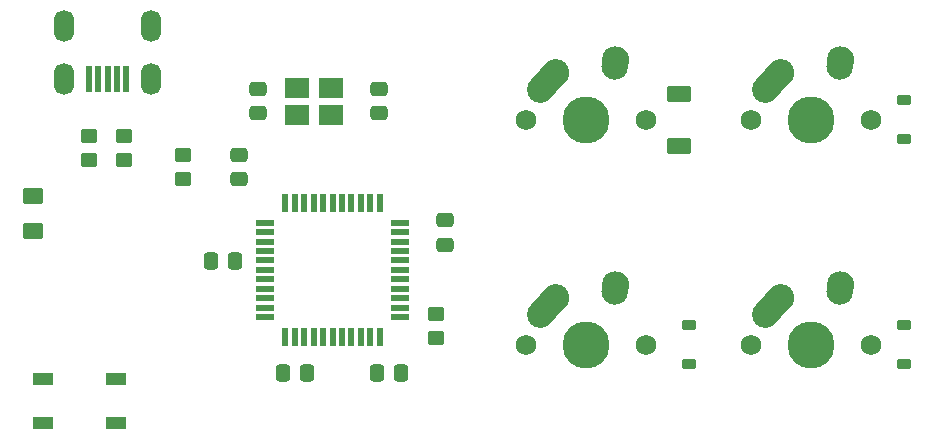
<source format=gbr>
%TF.GenerationSoftware,KiCad,Pcbnew,7.0.3*%
%TF.CreationDate,2023-05-18T14:52:35-04:00*%
%TF.ProjectId,ai03-pcb-guide,61693033-2d70-4636-922d-67756964652e,rev?*%
%TF.SameCoordinates,Original*%
%TF.FileFunction,Soldermask,Bot*%
%TF.FilePolarity,Negative*%
%FSLAX46Y46*%
G04 Gerber Fmt 4.6, Leading zero omitted, Abs format (unit mm)*
G04 Created by KiCad (PCBNEW 7.0.3) date 2023-05-18 14:52:35*
%MOMM*%
%LPD*%
G01*
G04 APERTURE LIST*
G04 Aperture macros list*
%AMRoundRect*
0 Rectangle with rounded corners*
0 $1 Rounding radius*
0 $2 $3 $4 $5 $6 $7 $8 $9 X,Y pos of 4 corners*
0 Add a 4 corners polygon primitive as box body*
4,1,4,$2,$3,$4,$5,$6,$7,$8,$9,$2,$3,0*
0 Add four circle primitives for the rounded corners*
1,1,$1+$1,$2,$3*
1,1,$1+$1,$4,$5*
1,1,$1+$1,$6,$7*
1,1,$1+$1,$8,$9*
0 Add four rect primitives between the rounded corners*
20,1,$1+$1,$2,$3,$4,$5,0*
20,1,$1+$1,$4,$5,$6,$7,0*
20,1,$1+$1,$6,$7,$8,$9,0*
20,1,$1+$1,$8,$9,$2,$3,0*%
%AMHorizOval*
0 Thick line with rounded ends*
0 $1 width*
0 $2 $3 position (X,Y) of the first rounded end (center of the circle)*
0 $4 $5 position (X,Y) of the second rounded end (center of the circle)*
0 Add line between two ends*
20,1,$1,$2,$3,$4,$5,0*
0 Add two circle primitives to create the rounded ends*
1,1,$1,$2,$3*
1,1,$1,$4,$5*%
G04 Aperture macros list end*
%ADD10RoundRect,0.250000X0.337500X0.475000X-0.337500X0.475000X-0.337500X-0.475000X0.337500X-0.475000X0*%
%ADD11C,1.750000*%
%ADD12C,3.987800*%
%ADD13HorizOval,2.250000X0.655001X0.730000X-0.655001X-0.730000X0*%
%ADD14C,2.250000*%
%ADD15HorizOval,2.250000X0.020000X0.290000X-0.020000X-0.290000X0*%
%ADD16RoundRect,0.250000X0.800000X-0.450000X0.800000X0.450000X-0.800000X0.450000X-0.800000X-0.450000X0*%
%ADD17RoundRect,0.250000X0.475000X-0.337500X0.475000X0.337500X-0.475000X0.337500X-0.475000X-0.337500X0*%
%ADD18RoundRect,0.250000X-0.450000X0.350000X-0.450000X-0.350000X0.450000X-0.350000X0.450000X0.350000X0*%
%ADD19R,1.500000X0.550000*%
%ADD20R,0.550000X1.500000*%
%ADD21RoundRect,0.225000X0.375000X-0.225000X0.375000X0.225000X-0.375000X0.225000X-0.375000X-0.225000X0*%
%ADD22RoundRect,0.250001X-0.624999X0.462499X-0.624999X-0.462499X0.624999X-0.462499X0.624999X0.462499X0*%
%ADD23R,1.800000X1.100000*%
%ADD24RoundRect,0.250000X-0.475000X0.337500X-0.475000X-0.337500X0.475000X-0.337500X0.475000X0.337500X0*%
%ADD25R,2.100000X1.800000*%
%ADD26RoundRect,0.250000X-0.337500X-0.475000X0.337500X-0.475000X0.337500X0.475000X-0.337500X0.475000X0*%
%ADD27R,0.500000X2.250000*%
%ADD28O,1.700000X2.700000*%
G04 APERTURE END LIST*
D10*
%TO.C,C1*%
X59225000Y-73818750D03*
X57150000Y-73818750D03*
%TD*%
D11*
%TO.C,MX1*%
X83820000Y-61912500D03*
D12*
X88900000Y-61912500D03*
D11*
X93980000Y-61912500D03*
D13*
X85745001Y-58642500D03*
D14*
X86400000Y-57912500D03*
D15*
X91420000Y-57122500D03*
D14*
X91440000Y-56832500D03*
%TD*%
D11*
%TO.C,MX4*%
X102870000Y-80962500D03*
D12*
X107950000Y-80962500D03*
D11*
X113030000Y-80962500D03*
D13*
X104795001Y-77692500D03*
D14*
X105450000Y-76962500D03*
D15*
X110470000Y-76172500D03*
D14*
X110490000Y-75882500D03*
%TD*%
D11*
%TO.C,MX3*%
X83820000Y-80962500D03*
D12*
X88900000Y-80962500D03*
D11*
X93980000Y-80962500D03*
D13*
X85745001Y-77692500D03*
D14*
X86400000Y-76962500D03*
D15*
X91420000Y-76172500D03*
D14*
X91440000Y-75882500D03*
%TD*%
D11*
%TO.C,MX2*%
X102870000Y-61912500D03*
D12*
X107950000Y-61912500D03*
D11*
X113030000Y-61912500D03*
D13*
X104795001Y-58642500D03*
D14*
X105450000Y-57912500D03*
D15*
X110470000Y-57122500D03*
D14*
X110490000Y-56832500D03*
%TD*%
D16*
%TO.C,D1*%
X96837500Y-64112500D03*
X96837500Y-59712500D03*
%TD*%
D17*
%TO.C,C3*%
X59531250Y-66918750D03*
X59531250Y-64843750D03*
%TD*%
%TO.C,C2*%
X76993750Y-72475000D03*
X76993750Y-70400000D03*
%TD*%
D18*
%TO.C,R2*%
X46831250Y-63293750D03*
X46831250Y-65293750D03*
%TD*%
D19*
%TO.C,U2*%
X61768750Y-78612500D03*
X61768750Y-77812500D03*
X61768750Y-77012500D03*
X61768750Y-76212500D03*
X61768750Y-75412500D03*
X61768750Y-74612500D03*
X61768750Y-73812500D03*
X61768750Y-73012500D03*
X61768750Y-72212500D03*
X61768750Y-71412500D03*
X61768750Y-70612500D03*
D20*
X63468750Y-68912500D03*
X64268750Y-68912500D03*
X65068750Y-68912500D03*
X65868750Y-68912500D03*
X66668750Y-68912500D03*
X67468750Y-68912500D03*
X68268750Y-68912500D03*
X69068750Y-68912500D03*
X69868750Y-68912500D03*
X70668750Y-68912500D03*
X71468750Y-68912500D03*
D19*
X73168750Y-70612500D03*
X73168750Y-71412500D03*
X73168750Y-72212500D03*
X73168750Y-73012500D03*
X73168750Y-73812500D03*
X73168750Y-74612500D03*
X73168750Y-75412500D03*
X73168750Y-76212500D03*
X73168750Y-77012500D03*
X73168750Y-77812500D03*
X73168750Y-78612500D03*
D20*
X71468750Y-80312500D03*
X70668750Y-80312500D03*
X69868750Y-80312500D03*
X69068750Y-80312500D03*
X68268750Y-80312500D03*
X67468750Y-80312500D03*
X66668750Y-80312500D03*
X65868750Y-80312500D03*
X65068750Y-80312500D03*
X64268750Y-80312500D03*
X63468750Y-80312500D03*
%TD*%
D18*
%TO.C,R3*%
X49781250Y-63293750D03*
X49781250Y-65293750D03*
%TD*%
%TO.C,R1*%
X76200000Y-78375000D03*
X76200000Y-80375000D03*
%TD*%
D21*
%TO.C,D4*%
X115887500Y-82612500D03*
X115887500Y-79312500D03*
%TD*%
D22*
%TO.C,F1*%
X42068750Y-68362500D03*
X42068750Y-71337500D03*
%TD*%
D23*
%TO.C,SW1*%
X42937500Y-87575000D03*
X49137500Y-83875000D03*
X42937500Y-83875000D03*
X49137500Y-87575000D03*
%TD*%
D17*
%TO.C,C7*%
X61118750Y-61362500D03*
X61118750Y-59287500D03*
%TD*%
D21*
%TO.C,D2*%
X115887500Y-63562500D03*
X115887500Y-60262500D03*
%TD*%
D24*
%TO.C,C6*%
X71437500Y-59287500D03*
X71437500Y-61362500D03*
%TD*%
D21*
%TO.C,D3*%
X97631250Y-82612500D03*
X97631250Y-79312500D03*
%TD*%
D25*
%TO.C,Y1*%
X67331250Y-61475000D03*
X64431250Y-61475000D03*
X64431250Y-59175000D03*
X67331250Y-59175000D03*
%TD*%
D26*
%TO.C,C5*%
X63256250Y-83343750D03*
X65331250Y-83343750D03*
%TD*%
D18*
%TO.C,R4*%
X54768750Y-64881250D03*
X54768750Y-66881250D03*
%TD*%
D10*
%TO.C,C4*%
X73268750Y-83343750D03*
X71193750Y-83343750D03*
%TD*%
D27*
%TO.C,USB1*%
X50018750Y-58475000D03*
X49218750Y-58475000D03*
X48418750Y-58475000D03*
X47618750Y-58475000D03*
X46818750Y-58475000D03*
D28*
X52068750Y-53975000D03*
X44768750Y-53975000D03*
X52068750Y-58475000D03*
X44768750Y-58475000D03*
%TD*%
M02*

</source>
